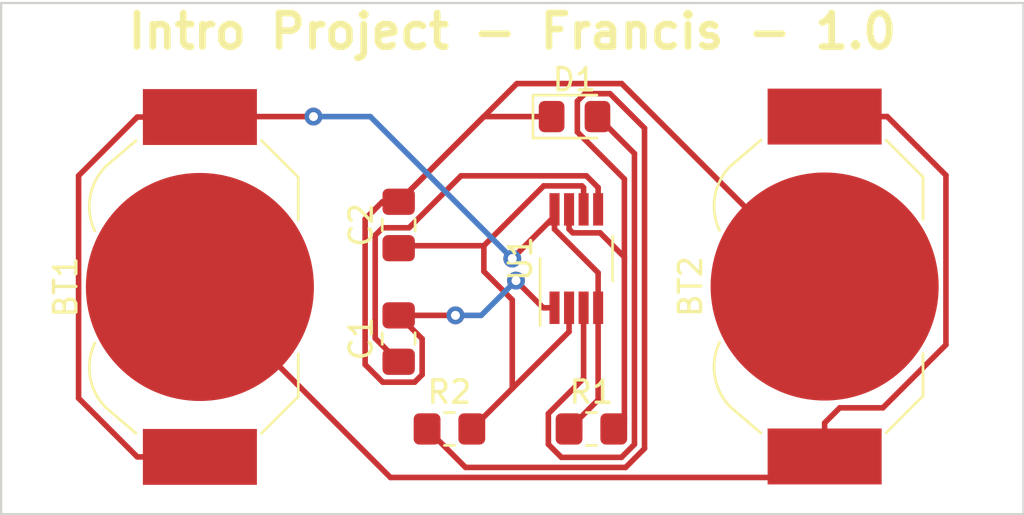
<source format=kicad_pcb>
(kicad_pcb (version 20171130) (host pcbnew "(5.1.10)-1")

  (general
    (thickness 1.6)
    (drawings 5)
    (tracks 92)
    (zones 0)
    (modules 8)
    (nets 8)
  )

  (page A4)
  (layers
    (0 F.Cu signal)
    (31 B.Cu signal)
    (32 B.Adhes user)
    (33 F.Adhes user)
    (34 B.Paste user)
    (35 F.Paste user)
    (36 B.SilkS user)
    (37 F.SilkS user)
    (38 B.Mask user)
    (39 F.Mask user)
    (40 Dwgs.User user)
    (41 Cmts.User user)
    (42 Eco1.User user)
    (43 Eco2.User user)
    (44 Edge.Cuts user)
    (45 Margin user)
    (46 B.CrtYd user)
    (47 F.CrtYd user)
    (48 B.Fab user)
    (49 F.Fab user)
  )

  (setup
    (last_trace_width 0.25)
    (trace_clearance 0.2)
    (zone_clearance 0.508)
    (zone_45_only no)
    (trace_min 0.2)
    (via_size 0.8)
    (via_drill 0.4)
    (via_min_size 0.4)
    (via_min_drill 0.3)
    (uvia_size 0.3)
    (uvia_drill 0.1)
    (uvias_allowed no)
    (uvia_min_size 0.2)
    (uvia_min_drill 0.1)
    (edge_width 0.05)
    (segment_width 0.2)
    (pcb_text_width 0.3)
    (pcb_text_size 1.5 1.5)
    (mod_edge_width 0.12)
    (mod_text_size 1 1)
    (mod_text_width 0.15)
    (pad_size 1.524 1.524)
    (pad_drill 0.762)
    (pad_to_mask_clearance 0)
    (aux_axis_origin 0 0)
    (visible_elements 7FFFFFFF)
    (pcbplotparams
      (layerselection 0x010fc_ffffffff)
      (usegerberextensions false)
      (usegerberattributes true)
      (usegerberadvancedattributes true)
      (creategerberjobfile true)
      (excludeedgelayer true)
      (linewidth 0.100000)
      (plotframeref false)
      (viasonmask false)
      (mode 1)
      (useauxorigin false)
      (hpglpennumber 1)
      (hpglpenspeed 20)
      (hpglpendiameter 15.000000)
      (psnegative false)
      (psa4output false)
      (plotreference true)
      (plotvalue true)
      (plotinvisibletext false)
      (padsonsilk false)
      (subtractmaskfromsilk false)
      (outputformat 1)
      (mirror false)
      (drillshape 0)
      (scaleselection 1)
      (outputdirectory ""))
  )

  (net 0 "")
  (net 1 GND)
  (net 2 "Net-(C2-Pad1)")
  (net 3 "Net-(D1-Pad2)")
  (net 4 VCC)
  (net 5 "Net-(C1-Pad1)")
  (net 6 "Net-(R1-Pad2)")
  (net 7 "Net-(BT1-Pad2)")

  (net_class Default "This is the default net class."
    (clearance 0.2)
    (trace_width 0.25)
    (via_dia 0.8)
    (via_drill 0.4)
    (uvia_dia 0.3)
    (uvia_drill 0.1)
    (add_net GND)
    (add_net "Net-(BT1-Pad2)")
    (add_net "Net-(C1-Pad1)")
    (add_net "Net-(C2-Pad1)")
    (add_net "Net-(D1-Pad2)")
    (add_net "Net-(R1-Pad2)")
    (add_net VCC)
  )

  (module Package_SO:VSSOP-8_3.0x3.0mm_P0.65mm (layer F.Cu) (tedit 5A02F25C) (tstamp 6156A220)
    (at 131.135 90.17 90)
    (descr "VSSOP-8 3.0 x 3.0, http://www.ti.com/lit/ds/symlink/lm75b.pdf")
    (tags "VSSOP-8 3.0 x 3.0")
    (path /6156EAA8)
    (attr smd)
    (fp_text reference U1 (at 0 -2.5 90) (layer F.SilkS)
      (effects (font (size 1 1) (thickness 0.15)))
    )
    (fp_text value LM555xMM (at 0.02 2.73 90) (layer F.Fab)
      (effects (font (size 1 1) (thickness 0.15)))
    )
    (fp_line (start -3.48 -1.75) (end 3.48 -1.75) (layer F.CrtYd) (width 0.05))
    (fp_line (start -3.48 1.75) (end -3.48 -1.75) (layer F.CrtYd) (width 0.05))
    (fp_line (start 3.48 1.75) (end -3.48 1.75) (layer F.CrtYd) (width 0.05))
    (fp_line (start 3.48 -1.75) (end 3.48 1.75) (layer F.CrtYd) (width 0.05))
    (fp_line (start 1 1.62) (end -1 1.62) (layer F.SilkS) (width 0.12))
    (fp_line (start 0 -1.62) (end -3 -1.62) (layer F.SilkS) (width 0.12))
    (fp_line (start -0.5 -1.5) (end -1.5 -0.5) (layer F.Fab) (width 0.1))
    (fp_line (start -0.5 -1.5) (end 1.5 -1.5) (layer F.Fab) (width 0.1))
    (fp_line (start -1.5 1.5) (end -1.5 -0.5) (layer F.Fab) (width 0.1))
    (fp_line (start 1.5 1.5) (end -1.5 1.5) (layer F.Fab) (width 0.1))
    (fp_line (start 1.5 -1.5) (end 1.5 1.5) (layer F.Fab) (width 0.1))
    (fp_text user %R (at 0 0 90) (layer F.Fab)
      (effects (font (size 0.5 0.5) (thickness 0.1)))
    )
    (pad 1 smd rect (at -2.2 -0.975) (size 0.45 1.45) (layers F.Cu F.Paste F.Mask)
      (net 1 GND))
    (pad 2 smd rect (at -2.2 -0.325) (size 0.45 1.45) (layers F.Cu F.Paste F.Mask)
      (net 2 "Net-(C2-Pad1)"))
    (pad 3 smd rect (at -2.2 0.325) (size 0.45 1.45) (layers F.Cu F.Paste F.Mask)
      (net 3 "Net-(D1-Pad2)"))
    (pad 4 smd rect (at -2.2 0.975) (size 0.45 1.45) (layers F.Cu F.Paste F.Mask)
      (net 4 VCC))
    (pad 5 smd rect (at 2.2 0.975) (size 0.45 1.45) (layers F.Cu F.Paste F.Mask)
      (net 5 "Net-(C1-Pad1)"))
    (pad 6 smd rect (at 2.2 0.325) (size 0.45 1.45) (layers F.Cu F.Paste F.Mask)
      (net 2 "Net-(C2-Pad1)"))
    (pad 7 smd rect (at 2.2 -0.325) (size 0.45 1.45) (layers F.Cu F.Paste F.Mask)
      (net 6 "Net-(R1-Pad2)"))
    (pad 8 smd rect (at 2.2 -0.975) (size 0.45 1.45) (layers F.Cu F.Paste F.Mask)
      (net 4 VCC))
    (model ${KISYS3DMOD}/Package_SO.3dshapes/VSSOP-8_3.0x3.0mm_P0.65mm.wrl
      (at (xyz 0 0 0))
      (scale (xyz 1 1 1))
      (rotate (xyz 0 0 0))
    )
  )

  (module Battery:BatteryHolder_LINX_BAT-HLD-012-SMT (layer F.Cu) (tedit 5D9C8191) (tstamp 615AA65D)
    (at 114.3 91.44 270)
    (descr "SMT battery holder for CR1216/1220/1225, https://linxtechnologies.com/wp/wp-content/uploads/bat-hld-012-smt.pdf")
    (tags "battery holder coin cell cr1216 cr1220 cr1225")
    (path /61572C3C)
    (attr smd)
    (fp_text reference BT1 (at 0 6 90) (layer F.SilkS)
      (effects (font (size 1 1) (thickness 0.15)))
    )
    (fp_text value 3V (at 0 -7 90) (layer F.Fab)
      (effects (font (size 1 1) (thickness 0.15)))
    )
    (fp_line (start -7.65 -2.55) (end -7.65 -0.55) (layer F.Fab) (width 0.1))
    (fp_line (start -7.65 -2.55) (end -6.75 -2.55) (layer F.Fab) (width 0.1))
    (fp_line (start -7.65 -0.55) (end -6.75 -0.55) (layer F.Fab) (width 0.1))
    (fp_line (start -6.75 0.55) (end -7.65 0.55) (layer F.Fab) (width 0.1))
    (fp_line (start -7.65 0.55) (end -7.65 2.55) (layer F.Fab) (width 0.1))
    (fp_line (start -7.65 2.55) (end -6.75 2.55) (layer F.Fab) (width 0.1))
    (fp_line (start 6.75 2.55) (end 7.65 2.55) (layer F.Fab) (width 0.1))
    (fp_line (start 7.65 2.55) (end 7.65 0.55) (layer F.Fab) (width 0.1))
    (fp_line (start 7.65 0.55) (end 6.75 0.55) (layer F.Fab) (width 0.1))
    (fp_line (start 6.75 -0.55) (end 7.65 -0.55) (layer F.Fab) (width 0.1))
    (fp_line (start 7.65 -0.55) (end 7.65 -2.55) (layer F.Fab) (width 0.1))
    (fp_line (start 7.65 -2.55) (end 6.75 -2.55) (layer F.Fab) (width 0.1))
    (fp_line (start -6.75 2.85) (end -6.75 -2.75) (layer F.Fab) (width 0.1))
    (fp_line (start 6.75 2.85) (end 6.75 -2.75) (layer F.Fab) (width 0.1))
    (fp_line (start 4.9 -4.4) (end -4.9 -4.4) (layer F.Fab) (width 0.1))
    (fp_line (start -6.7 -2.9) (end -5.05 -4.55) (layer F.Fab) (width 0.1))
    (fp_line (start 6.7 -2.9) (end 5.05 -4.55) (layer F.Fab) (width 0.1))
    (fp_line (start 6.55 2.85) (end 6.55 -2.75) (layer F.Fab) (width 0.1))
    (fp_line (start 6.55 -2.75) (end 4.9 -4.4) (layer F.Fab) (width 0.1))
    (fp_line (start -6.55 2.85) (end -6.55 -2.75) (layer F.Fab) (width 0.1))
    (fp_line (start -6.55 -2.75) (end -4.9 -4.4) (layer F.Fab) (width 0.1))
    (fp_line (start -6.55 2.85) (end -5.4 4.2) (layer F.Fab) (width 0.1))
    (fp_line (start 6.55 2.85) (end 5.4 4.2) (layer F.Fab) (width 0.1))
    (fp_circle (center 0 0) (end -6.25 0) (layer F.Fab) (width 0.1))
    (fp_line (start -9.35 3.05) (end -9.35 -3.05) (layer F.CrtYd) (width 0.05))
    (fp_line (start -9.35 -3.05) (end -7.25 -3.05) (layer F.CrtYd) (width 0.05))
    (fp_line (start -9.35 3.05) (end -7.25 3.05) (layer F.CrtYd) (width 0.05))
    (fp_line (start -7.25 -3.05) (end -3.55 -6.75) (layer F.CrtYd) (width 0.05))
    (fp_line (start -3.55 -6.75) (end 3.55 -6.75) (layer F.CrtYd) (width 0.05))
    (fp_line (start 3.55 -6.75) (end 7.25 -3.05) (layer F.CrtYd) (width 0.05))
    (fp_line (start 7.25 -3.05) (end 9.35 -3.05) (layer F.CrtYd) (width 0.05))
    (fp_line (start 9.35 -3.05) (end 9.35 3.05) (layer F.CrtYd) (width 0.05))
    (fp_line (start 9.35 3.05) (end 7.25 3.05) (layer F.CrtYd) (width 0.05))
    (fp_line (start -3.55 6.75) (end 3.55 6.75) (layer F.CrtYd) (width 0.05))
    (fp_line (start 3.55 6.75) (end 7.25 3.05) (layer F.CrtYd) (width 0.05))
    (fp_line (start -3.55 6.75) (end -7.25 3.05) (layer F.CrtYd) (width 0.05))
    (fp_line (start -6.75 2.85) (end -6.55 2.85) (layer F.Fab) (width 0.1))
    (fp_line (start 6.75 2.85) (end 6.55 2.85) (layer F.Fab) (width 0.1))
    (fp_line (start -6.75 -2.75) (end -6.55 -2.75) (layer F.Fab) (width 0.1))
    (fp_line (start -6.55 -2.75) (end -6.7 -2.9) (layer F.Fab) (width 0.1))
    (fp_line (start -5.05 -4.55) (end -4.9 -4.4) (layer F.Fab) (width 0.1))
    (fp_line (start 5.05 -4.55) (end 4.9 -4.4) (layer F.Fab) (width 0.1))
    (fp_line (start 6.55 -2.75) (end 6.7 -2.9) (layer F.Fab) (width 0.1))
    (fp_line (start 6.55 -2.75) (end 6.75 -2.75) (layer F.Fab) (width 0.1))
    (fp_line (start -6.55 -2.75) (end -4.9 -4.4) (layer F.SilkS) (width 0.12))
    (fp_line (start 4.9 -4.4) (end 6.55 -2.75) (layer F.SilkS) (width 0.12))
    (fp_line (start 4.9 -4.4) (end 3 -4.4) (layer F.SilkS) (width 0.12))
    (fp_line (start -4.9 -4.4) (end -3 -4.4) (layer F.SilkS) (width 0.12))
    (fp_line (start -6.55 2.85) (end -5.4 4.2) (layer F.SilkS) (width 0.12))
    (fp_line (start 6.55 2.85) (end 5.4 4.2) (layer F.SilkS) (width 0.12))
    (fp_arc (start 0 6) (end -1.8 4.2) (angle 90) (layer F.Fab) (width 0.1))
    (fp_arc (start 3.6 2.4) (end 5.4 4.2) (angle 70.55996517) (layer F.SilkS) (width 0.12))
    (fp_text user %R (at 0 0 90) (layer F.Fab)
      (effects (font (size 1 1) (thickness 0.15)))
    )
    (fp_arc (start 3.6 2.4) (end 5.4 4.2) (angle 90) (layer F.Fab) (width 0.1))
    (fp_arc (start -3.6 2.4) (end -1.8 4.2) (angle 90) (layer F.Fab) (width 0.1))
    (fp_arc (start -3.6 2.4) (end -5.4 4.2) (angle -70.5) (layer F.SilkS) (width 0.12))
    (pad 1 smd rect (at -7.6 0 270) (size 2.5 5.1) (layers F.Cu F.Paste F.Mask)
      (net 4 VCC))
    (pad 1 smd rect (at 7.6 0 270) (size 2.5 5.1) (layers F.Cu F.Paste F.Mask)
      (net 4 VCC))
    (pad 2 smd circle (at 0 0 270) (size 10.2 10.2) (layers F.Cu F.Mask)
      (net 7 "Net-(BT1-Pad2)"))
    (model ${KISYS3DMOD}/Battery.3dshapes/BatteryHolder_LINX_BAT-HLD-012-SMT.wrl
      (at (xyz 0 0 0))
      (scale (xyz 1 1 1))
      (rotate (xyz 0 0 0))
    )
  )

  (module Battery:BatteryHolder_LINX_BAT-HLD-012-SMT (layer F.Cu) (tedit 5D9C8191) (tstamp 615AA69C)
    (at 142.24 91.42 270)
    (descr "SMT battery holder for CR1216/1220/1225, https://linxtechnologies.com/wp/wp-content/uploads/bat-hld-012-smt.pdf")
    (tags "battery holder coin cell cr1216 cr1220 cr1225")
    (path /615738B2)
    (attr smd)
    (fp_text reference BT2 (at 0 6 90) (layer F.SilkS)
      (effects (font (size 1 1) (thickness 0.15)))
    )
    (fp_text value 3V (at 0 -7 90) (layer F.Fab)
      (effects (font (size 1 1) (thickness 0.15)))
    )
    (fp_arc (start -3.6 2.4) (end -5.4 4.2) (angle -70.5) (layer F.SilkS) (width 0.12))
    (fp_arc (start -3.6 2.4) (end -1.8 4.2) (angle 90) (layer F.Fab) (width 0.1))
    (fp_arc (start 3.6 2.4) (end 5.4 4.2) (angle 90) (layer F.Fab) (width 0.1))
    (fp_text user %R (at 0 0 90) (layer F.Fab)
      (effects (font (size 1 1) (thickness 0.15)))
    )
    (fp_arc (start 3.6 2.4) (end 5.4 4.2) (angle 70.55996517) (layer F.SilkS) (width 0.12))
    (fp_arc (start 0 6) (end -1.8 4.2) (angle 90) (layer F.Fab) (width 0.1))
    (fp_line (start 6.55 2.85) (end 5.4 4.2) (layer F.SilkS) (width 0.12))
    (fp_line (start -6.55 2.85) (end -5.4 4.2) (layer F.SilkS) (width 0.12))
    (fp_line (start -4.9 -4.4) (end -3 -4.4) (layer F.SilkS) (width 0.12))
    (fp_line (start 4.9 -4.4) (end 3 -4.4) (layer F.SilkS) (width 0.12))
    (fp_line (start 4.9 -4.4) (end 6.55 -2.75) (layer F.SilkS) (width 0.12))
    (fp_line (start -6.55 -2.75) (end -4.9 -4.4) (layer F.SilkS) (width 0.12))
    (fp_line (start 6.55 -2.75) (end 6.75 -2.75) (layer F.Fab) (width 0.1))
    (fp_line (start 6.55 -2.75) (end 6.7 -2.9) (layer F.Fab) (width 0.1))
    (fp_line (start 5.05 -4.55) (end 4.9 -4.4) (layer F.Fab) (width 0.1))
    (fp_line (start -5.05 -4.55) (end -4.9 -4.4) (layer F.Fab) (width 0.1))
    (fp_line (start -6.55 -2.75) (end -6.7 -2.9) (layer F.Fab) (width 0.1))
    (fp_line (start -6.75 -2.75) (end -6.55 -2.75) (layer F.Fab) (width 0.1))
    (fp_line (start 6.75 2.85) (end 6.55 2.85) (layer F.Fab) (width 0.1))
    (fp_line (start -6.75 2.85) (end -6.55 2.85) (layer F.Fab) (width 0.1))
    (fp_line (start -3.55 6.75) (end -7.25 3.05) (layer F.CrtYd) (width 0.05))
    (fp_line (start 3.55 6.75) (end 7.25 3.05) (layer F.CrtYd) (width 0.05))
    (fp_line (start -3.55 6.75) (end 3.55 6.75) (layer F.CrtYd) (width 0.05))
    (fp_line (start 9.35 3.05) (end 7.25 3.05) (layer F.CrtYd) (width 0.05))
    (fp_line (start 9.35 -3.05) (end 9.35 3.05) (layer F.CrtYd) (width 0.05))
    (fp_line (start 7.25 -3.05) (end 9.35 -3.05) (layer F.CrtYd) (width 0.05))
    (fp_line (start 3.55 -6.75) (end 7.25 -3.05) (layer F.CrtYd) (width 0.05))
    (fp_line (start -3.55 -6.75) (end 3.55 -6.75) (layer F.CrtYd) (width 0.05))
    (fp_line (start -7.25 -3.05) (end -3.55 -6.75) (layer F.CrtYd) (width 0.05))
    (fp_line (start -9.35 3.05) (end -7.25 3.05) (layer F.CrtYd) (width 0.05))
    (fp_line (start -9.35 -3.05) (end -7.25 -3.05) (layer F.CrtYd) (width 0.05))
    (fp_line (start -9.35 3.05) (end -9.35 -3.05) (layer F.CrtYd) (width 0.05))
    (fp_circle (center 0 0) (end -6.25 0) (layer F.Fab) (width 0.1))
    (fp_line (start 6.55 2.85) (end 5.4 4.2) (layer F.Fab) (width 0.1))
    (fp_line (start -6.55 2.85) (end -5.4 4.2) (layer F.Fab) (width 0.1))
    (fp_line (start -6.55 -2.75) (end -4.9 -4.4) (layer F.Fab) (width 0.1))
    (fp_line (start -6.55 2.85) (end -6.55 -2.75) (layer F.Fab) (width 0.1))
    (fp_line (start 6.55 -2.75) (end 4.9 -4.4) (layer F.Fab) (width 0.1))
    (fp_line (start 6.55 2.85) (end 6.55 -2.75) (layer F.Fab) (width 0.1))
    (fp_line (start 6.7 -2.9) (end 5.05 -4.55) (layer F.Fab) (width 0.1))
    (fp_line (start -6.7 -2.9) (end -5.05 -4.55) (layer F.Fab) (width 0.1))
    (fp_line (start 4.9 -4.4) (end -4.9 -4.4) (layer F.Fab) (width 0.1))
    (fp_line (start 6.75 2.85) (end 6.75 -2.75) (layer F.Fab) (width 0.1))
    (fp_line (start -6.75 2.85) (end -6.75 -2.75) (layer F.Fab) (width 0.1))
    (fp_line (start 7.65 -2.55) (end 6.75 -2.55) (layer F.Fab) (width 0.1))
    (fp_line (start 7.65 -0.55) (end 7.65 -2.55) (layer F.Fab) (width 0.1))
    (fp_line (start 6.75 -0.55) (end 7.65 -0.55) (layer F.Fab) (width 0.1))
    (fp_line (start 7.65 0.55) (end 6.75 0.55) (layer F.Fab) (width 0.1))
    (fp_line (start 7.65 2.55) (end 7.65 0.55) (layer F.Fab) (width 0.1))
    (fp_line (start 6.75 2.55) (end 7.65 2.55) (layer F.Fab) (width 0.1))
    (fp_line (start -7.65 2.55) (end -6.75 2.55) (layer F.Fab) (width 0.1))
    (fp_line (start -7.65 0.55) (end -7.65 2.55) (layer F.Fab) (width 0.1))
    (fp_line (start -6.75 0.55) (end -7.65 0.55) (layer F.Fab) (width 0.1))
    (fp_line (start -7.65 -0.55) (end -6.75 -0.55) (layer F.Fab) (width 0.1))
    (fp_line (start -7.65 -2.55) (end -6.75 -2.55) (layer F.Fab) (width 0.1))
    (fp_line (start -7.65 -2.55) (end -7.65 -0.55) (layer F.Fab) (width 0.1))
    (pad 2 smd circle (at 0 0 270) (size 10.2 10.2) (layers F.Cu F.Mask)
      (net 1 GND))
    (pad 1 smd rect (at 7.6 0 270) (size 2.5 5.1) (layers F.Cu F.Paste F.Mask)
      (net 7 "Net-(BT1-Pad2)"))
    (pad 1 smd rect (at -7.6 0 270) (size 2.5 5.1) (layers F.Cu F.Paste F.Mask)
      (net 7 "Net-(BT1-Pad2)"))
    (model ${KISYS3DMOD}/Battery.3dshapes/BatteryHolder_LINX_BAT-HLD-012-SMT.wrl
      (at (xyz 0 0 0))
      (scale (xyz 1 1 1))
      (rotate (xyz 0 0 0))
    )
  )

  (module Capacitor_SMD:C_0805_2012Metric_Pad1.18x1.45mm_HandSolder (layer F.Cu) (tedit 5F68FEEF) (tstamp 615AA6AD)
    (at 123.19 93.7475 90)
    (descr "Capacitor SMD 0805 (2012 Metric), square (rectangular) end terminal, IPC_7351 nominal with elongated pad for handsoldering. (Body size source: IPC-SM-782 page 76, https://www.pcb-3d.com/wordpress/wp-content/uploads/ipc-sm-782a_amendment_1_and_2.pdf, https://docs.google.com/spreadsheets/d/1BsfQQcO9C6DZCsRaXUlFlo91Tg2WpOkGARC1WS5S8t0/edit?usp=sharing), generated with kicad-footprint-generator")
    (tags "capacitor handsolder")
    (path /6156F62C)
    (attr smd)
    (fp_text reference C1 (at 0 -1.68 90) (layer F.SilkS)
      (effects (font (size 1 1) (thickness 0.15)))
    )
    (fp_text value 0.01u (at 0 1.68 90) (layer F.Fab)
      (effects (font (size 1 1) (thickness 0.15)))
    )
    (fp_text user %R (at -0.635001 0 90) (layer F.Fab)
      (effects (font (size 0.5 0.5) (thickness 0.08)))
    )
    (fp_line (start -1 0.625) (end -1 -0.625) (layer F.Fab) (width 0.1))
    (fp_line (start -1 -0.625) (end 1 -0.625) (layer F.Fab) (width 0.1))
    (fp_line (start 1 -0.625) (end 1 0.625) (layer F.Fab) (width 0.1))
    (fp_line (start 1 0.625) (end -1 0.625) (layer F.Fab) (width 0.1))
    (fp_line (start -0.261252 -0.735) (end 0.261252 -0.735) (layer F.SilkS) (width 0.12))
    (fp_line (start -0.261252 0.735) (end 0.261252 0.735) (layer F.SilkS) (width 0.12))
    (fp_line (start -1.88 0.98) (end -1.88 -0.98) (layer F.CrtYd) (width 0.05))
    (fp_line (start -1.88 -0.98) (end 1.88 -0.98) (layer F.CrtYd) (width 0.05))
    (fp_line (start 1.88 -0.98) (end 1.88 0.98) (layer F.CrtYd) (width 0.05))
    (fp_line (start 1.88 0.98) (end -1.88 0.98) (layer F.CrtYd) (width 0.05))
    (pad 2 smd roundrect (at 1.0375 0 90) (size 1.175 1.45) (layers F.Cu F.Paste F.Mask) (roundrect_rratio 0.2127659574468085)
      (net 1 GND))
    (pad 1 smd roundrect (at -1.0375 0 90) (size 1.175 1.45) (layers F.Cu F.Paste F.Mask) (roundrect_rratio 0.2127659574468085)
      (net 5 "Net-(C1-Pad1)"))
    (model ${KISYS3DMOD}/Capacitor_SMD.3dshapes/C_0805_2012Metric.wrl
      (at (xyz 0 0 0))
      (scale (xyz 1 1 1))
      (rotate (xyz 0 0 0))
    )
  )

  (module Capacitor_SMD:C_0805_2012Metric_Pad1.18x1.45mm_HandSolder (layer F.Cu) (tedit 5F68FEEF) (tstamp 615AB36F)
    (at 123.19 88.6675 90)
    (descr "Capacitor SMD 0805 (2012 Metric), square (rectangular) end terminal, IPC_7351 nominal with elongated pad for handsoldering. (Body size source: IPC-SM-782 page 76, https://www.pcb-3d.com/wordpress/wp-content/uploads/ipc-sm-782a_amendment_1_and_2.pdf, https://docs.google.com/spreadsheets/d/1BsfQQcO9C6DZCsRaXUlFlo91Tg2WpOkGARC1WS5S8t0/edit?usp=sharing), generated with kicad-footprint-generator")
    (tags "capacitor handsolder")
    (path /6156FE84)
    (attr smd)
    (fp_text reference C2 (at 0 -1.68 90) (layer F.SilkS)
      (effects (font (size 1 1) (thickness 0.15)))
    )
    (fp_text value 10u (at 0 1.68 90) (layer F.Fab)
      (effects (font (size 1 1) (thickness 0.15)))
    )
    (fp_text user %R (at 1 -0.625 90) (layer F.Fab)
      (effects (font (size 0.5 0.5) (thickness 0.08)))
    )
    (fp_line (start -1 0.625) (end -1 -0.625) (layer F.Fab) (width 0.1))
    (fp_line (start -1 -0.625) (end 1 -0.625) (layer F.Fab) (width 0.1))
    (fp_line (start 1 -0.625) (end 1 0.625) (layer F.Fab) (width 0.1))
    (fp_line (start 1 0.625) (end -1 0.625) (layer F.Fab) (width 0.1))
    (fp_line (start -0.261252 -0.735) (end 0.261252 -0.735) (layer F.SilkS) (width 0.12))
    (fp_line (start -0.261252 0.735) (end 0.261252 0.735) (layer F.SilkS) (width 0.12))
    (fp_line (start -1.88 0.98) (end -1.88 -0.98) (layer F.CrtYd) (width 0.05))
    (fp_line (start -1.88 -0.98) (end 1.88 -0.98) (layer F.CrtYd) (width 0.05))
    (fp_line (start 1.88 -0.98) (end 1.88 0.98) (layer F.CrtYd) (width 0.05))
    (fp_line (start 1.88 0.98) (end -1.88 0.98) (layer F.CrtYd) (width 0.05))
    (pad 2 smd roundrect (at 1.0375 0 90) (size 1.175 1.45) (layers F.Cu F.Paste F.Mask) (roundrect_rratio 0.2127659574468085)
      (net 1 GND))
    (pad 1 smd roundrect (at -1.0375 0 90) (size 1.175 1.45) (layers F.Cu F.Paste F.Mask) (roundrect_rratio 0.2127659574468085)
      (net 2 "Net-(C2-Pad1)"))
    (model ${KISYS3DMOD}/Capacitor_SMD.3dshapes/C_0805_2012Metric.wrl
      (at (xyz 0 0 0))
      (scale (xyz 1 1 1))
      (rotate (xyz 0 0 0))
    )
  )

  (module LED_SMD:LED_0805_2012Metric_Pad1.15x1.40mm_HandSolder (layer F.Cu) (tedit 5F68FEF1) (tstamp 615AA6D1)
    (at 131.055 83.82)
    (descr "LED SMD 0805 (2012 Metric), square (rectangular) end terminal, IPC_7351 nominal, (Body size source: https://docs.google.com/spreadsheets/d/1BsfQQcO9C6DZCsRaXUlFlo91Tg2WpOkGARC1WS5S8t0/edit?usp=sharing), generated with kicad-footprint-generator")
    (tags "LED handsolder")
    (path /615713DC)
    (attr smd)
    (fp_text reference D1 (at 0 -1.65) (layer F.SilkS)
      (effects (font (size 1 1) (thickness 0.15)))
    )
    (fp_text value LED (at 0 1.65) (layer F.Fab)
      (effects (font (size 1 1) (thickness 0.15)))
    )
    (fp_line (start 1.85 0.95) (end -1.85 0.95) (layer F.CrtYd) (width 0.05))
    (fp_line (start 1.85 -0.95) (end 1.85 0.95) (layer F.CrtYd) (width 0.05))
    (fp_line (start -1.85 -0.95) (end 1.85 -0.95) (layer F.CrtYd) (width 0.05))
    (fp_line (start -1.85 0.95) (end -1.85 -0.95) (layer F.CrtYd) (width 0.05))
    (fp_line (start -1.86 0.96) (end 1 0.96) (layer F.SilkS) (width 0.12))
    (fp_line (start -1.86 -0.96) (end -1.86 0.96) (layer F.SilkS) (width 0.12))
    (fp_line (start 1 -0.96) (end -1.86 -0.96) (layer F.SilkS) (width 0.12))
    (fp_line (start 1 0.6) (end 1 -0.6) (layer F.Fab) (width 0.1))
    (fp_line (start -1 0.6) (end 1 0.6) (layer F.Fab) (width 0.1))
    (fp_line (start -1 -0.3) (end -1 0.6) (layer F.Fab) (width 0.1))
    (fp_line (start -0.7 -0.6) (end -1 -0.3) (layer F.Fab) (width 0.1))
    (fp_line (start 1 -0.6) (end -0.7 -0.6) (layer F.Fab) (width 0.1))
    (fp_text user %R (at 0 0) (layer F.Fab)
      (effects (font (size 0.5 0.5) (thickness 0.08)))
    )
    (pad 1 smd roundrect (at -1.025 0) (size 1.15 1.4) (layers F.Cu F.Paste F.Mask) (roundrect_rratio 0.2173904347826087)
      (net 1 GND))
    (pad 2 smd roundrect (at 1.025 0) (size 1.15 1.4) (layers F.Cu F.Paste F.Mask) (roundrect_rratio 0.2173904347826087)
      (net 3 "Net-(D1-Pad2)"))
    (model ${KISYS3DMOD}/LED_SMD.3dshapes/LED_0805_2012Metric.wrl
      (at (xyz 0 0 0))
      (scale (xyz 1 1 1))
      (rotate (xyz 0 0 0))
    )
  )

  (module Resistor_SMD:R_0805_2012Metric_Pad1.20x1.40mm_HandSolder (layer F.Cu) (tedit 5F68FEEE) (tstamp 615AA6E2)
    (at 131.81 97.79)
    (descr "Resistor SMD 0805 (2012 Metric), square (rectangular) end terminal, IPC_7351 nominal with elongated pad for handsoldering. (Body size source: IPC-SM-782 page 72, https://www.pcb-3d.com/wordpress/wp-content/uploads/ipc-sm-782a_amendment_1_and_2.pdf), generated with kicad-footprint-generator")
    (tags "resistor handsolder")
    (path /61570EAD)
    (attr smd)
    (fp_text reference R1 (at 0 -1.65) (layer F.SilkS)
      (effects (font (size 1 1) (thickness 0.15)))
    )
    (fp_text value 5k (at 0 1.65) (layer F.Fab)
      (effects (font (size 1 1) (thickness 0.15)))
    )
    (fp_text user %R (at 0 0) (layer F.Fab)
      (effects (font (size 0.5 0.5) (thickness 0.08)))
    )
    (fp_line (start -1 0.625) (end -1 -0.625) (layer F.Fab) (width 0.1))
    (fp_line (start -1 -0.625) (end 1 -0.625) (layer F.Fab) (width 0.1))
    (fp_line (start 1 -0.625) (end 1 0.625) (layer F.Fab) (width 0.1))
    (fp_line (start 1 0.625) (end -1 0.625) (layer F.Fab) (width 0.1))
    (fp_line (start -0.227064 -0.735) (end 0.227064 -0.735) (layer F.SilkS) (width 0.12))
    (fp_line (start -0.227064 0.735) (end 0.227064 0.735) (layer F.SilkS) (width 0.12))
    (fp_line (start -1.85 0.95) (end -1.85 -0.95) (layer F.CrtYd) (width 0.05))
    (fp_line (start -1.85 -0.95) (end 1.85 -0.95) (layer F.CrtYd) (width 0.05))
    (fp_line (start 1.85 -0.95) (end 1.85 0.95) (layer F.CrtYd) (width 0.05))
    (fp_line (start 1.85 0.95) (end -1.85 0.95) (layer F.CrtYd) (width 0.05))
    (pad 2 smd roundrect (at 1 0) (size 1.2 1.4) (layers F.Cu F.Paste F.Mask) (roundrect_rratio 0.2083325)
      (net 6 "Net-(R1-Pad2)"))
    (pad 1 smd roundrect (at -1 0) (size 1.2 1.4) (layers F.Cu F.Paste F.Mask) (roundrect_rratio 0.2083325)
      (net 4 VCC))
    (model ${KISYS3DMOD}/Resistor_SMD.3dshapes/R_0805_2012Metric.wrl
      (at (xyz 0 0 0))
      (scale (xyz 1 1 1))
      (rotate (xyz 0 0 0))
    )
  )

  (module Resistor_SMD:R_0805_2012Metric_Pad1.20x1.40mm_HandSolder (layer F.Cu) (tedit 5F68FEEE) (tstamp 615AA6F3)
    (at 125.46 97.79)
    (descr "Resistor SMD 0805 (2012 Metric), square (rectangular) end terminal, IPC_7351 nominal with elongated pad for handsoldering. (Body size source: IPC-SM-782 page 72, https://www.pcb-3d.com/wordpress/wp-content/uploads/ipc-sm-782a_amendment_1_and_2.pdf), generated with kicad-footprint-generator")
    (tags "resistor handsolder")
    (path /61570739)
    (attr smd)
    (fp_text reference R2 (at 0 -1.65) (layer F.SilkS)
      (effects (font (size 1 1) (thickness 0.15)))
    )
    (fp_text value 10k (at 0 1.65) (layer F.Fab)
      (effects (font (size 1 1) (thickness 0.15)))
    )
    (fp_line (start 1.85 0.95) (end -1.85 0.95) (layer F.CrtYd) (width 0.05))
    (fp_line (start 1.85 -0.95) (end 1.85 0.95) (layer F.CrtYd) (width 0.05))
    (fp_line (start -1.85 -0.95) (end 1.85 -0.95) (layer F.CrtYd) (width 0.05))
    (fp_line (start -1.85 0.95) (end -1.85 -0.95) (layer F.CrtYd) (width 0.05))
    (fp_line (start -0.227064 0.735) (end 0.227064 0.735) (layer F.SilkS) (width 0.12))
    (fp_line (start -0.227064 -0.735) (end 0.227064 -0.735) (layer F.SilkS) (width 0.12))
    (fp_line (start 1 0.625) (end -1 0.625) (layer F.Fab) (width 0.1))
    (fp_line (start 1 -0.625) (end 1 0.625) (layer F.Fab) (width 0.1))
    (fp_line (start -1 -0.625) (end 1 -0.625) (layer F.Fab) (width 0.1))
    (fp_line (start -1 0.625) (end -1 -0.625) (layer F.Fab) (width 0.1))
    (fp_text user %R (at 0 0) (layer F.Fab)
      (effects (font (size 0.5 0.5) (thickness 0.08)))
    )
    (pad 1 smd roundrect (at -1 0) (size 1.2 1.4) (layers F.Cu F.Paste F.Mask) (roundrect_rratio 0.2083325)
      (net 6 "Net-(R1-Pad2)"))
    (pad 2 smd roundrect (at 1 0) (size 1.2 1.4) (layers F.Cu F.Paste F.Mask) (roundrect_rratio 0.2083325)
      (net 2 "Net-(C2-Pad1)"))
    (model ${KISYS3DMOD}/Resistor_SMD.3dshapes/R_0805_2012Metric.wrl
      (at (xyz 0 0 0))
      (scale (xyz 1 1 1))
      (rotate (xyz 0 0 0))
    )
  )

  (gr_text "Intro Project - Francis - 1.0" (at 128.27 80.01) (layer F.SilkS)
    (effects (font (size 1.5 1.5) (thickness 0.3)))
  )
  (gr_line (start 151.13 78.74) (end 151.13 101.6) (layer Edge.Cuts) (width 0.1))
  (gr_line (start 105.41 78.74) (end 151.13 78.74) (layer Edge.Cuts) (width 0.1))
  (gr_line (start 105.41 101.6) (end 105.41 78.74) (layer Edge.Cuts) (width 0.1))
  (gr_line (start 151.13 101.6) (end 105.41 101.6) (layer Edge.Cuts) (width 0.1))

  (segment (start 127 83.82) (end 130.03 83.82) (width 0.25) (layer F.Cu) (net 1))
  (segment (start 123.19 87.63) (end 127 83.82) (width 0.25) (layer F.Cu) (net 1))
  (segment (start 124.24001 95.36068) (end 124.24001 93.76001) (width 0.25) (layer F.Cu) (net 1))
  (segment (start 123.90318 95.69751) (end 124.24001 95.36068) (width 0.25) (layer F.Cu) (net 1))
  (segment (start 122.47682 95.69751) (end 123.90318 95.69751) (width 0.25) (layer F.Cu) (net 1))
  (segment (start 121.68998 94.91067) (end 122.47682 95.69751) (width 0.25) (layer F.Cu) (net 1))
  (segment (start 121.68998 88.40502) (end 121.68998 94.91067) (width 0.25) (layer F.Cu) (net 1))
  (segment (start 122.465 87.63) (end 121.68998 88.40502) (width 0.25) (layer F.Cu) (net 1))
  (segment (start 124.24001 93.76001) (end 123.19 92.71) (width 0.25) (layer F.Cu) (net 1))
  (segment (start 123.19 87.63) (end 122.465 87.63) (width 0.25) (layer F.Cu) (net 1))
  (segment (start 128.47502 82.34498) (end 123.19 87.63) (width 0.25) (layer F.Cu) (net 1))
  (segment (start 133.16498 82.34498) (end 128.47502 82.34498) (width 0.25) (layer F.Cu) (net 1))
  (segment (start 142.24 91.42) (end 133.16498 82.34498) (width 0.25) (layer F.Cu) (net 1))
  (via (at 128.436367 91.156064) (size 0.8) (drill 0.4) (layers F.Cu B.Cu) (net 1))
  (segment (start 129.650303 92.37) (end 128.436367 91.156064) (width 0.25) (layer F.Cu) (net 1))
  (segment (start 130.16 92.37) (end 129.650303 92.37) (width 0.25) (layer F.Cu) (net 1))
  (via (at 125.73 92.71) (size 0.8) (drill 0.4) (layers F.Cu B.Cu) (net 1))
  (segment (start 126.882431 92.71) (end 125.73 92.71) (width 0.25) (layer B.Cu) (net 1))
  (segment (start 128.436367 91.156064) (end 126.882431 92.71) (width 0.25) (layer B.Cu) (net 1))
  (segment (start 125.73 92.71) (end 123.19 92.71) (width 0.25) (layer F.Cu) (net 1))
  (segment (start 129.674999 86.919999) (end 127 89.594998) (width 0.25) (layer F.Cu) (net 2))
  (segment (start 131.384999 86.919999) (end 129.674999 86.919999) (width 0.25) (layer F.Cu) (net 2))
  (segment (start 131.46 86.995) (end 131.384999 86.919999) (width 0.25) (layer F.Cu) (net 2))
  (segment (start 131.46 87.97) (end 131.46 86.995) (width 0.25) (layer F.Cu) (net 2))
  (segment (start 123.300002 89.594998) (end 123.19 89.705) (width 0.25) (layer F.Cu) (net 2))
  (segment (start 127 89.594998) (end 123.300002 89.594998) (width 0.25) (layer F.Cu) (net 2))
  (segment (start 127 90.745002) (end 128.27 92.015002) (width 0.25) (layer F.Cu) (net 2))
  (segment (start 127 89.594998) (end 127 90.745002) (width 0.25) (layer F.Cu) (net 2))
  (segment (start 128.27 95.98) (end 126.46 97.79) (width 0.25) (layer F.Cu) (net 2))
  (segment (start 128.27 92.015002) (end 128.27 95.98) (width 0.25) (layer F.Cu) (net 2))
  (segment (start 130.81 93.44) (end 130.81 92.37) (width 0.25) (layer F.Cu) (net 2))
  (segment (start 128.27 95.98) (end 130.81 93.44) (width 0.25) (layer F.Cu) (net 2))
  (segment (start 129.88499 98.47818) (end 130.46681 99.06) (width 0.25) (layer F.Cu) (net 3))
  (segment (start 129.88499 97.10182) (end 129.88499 98.47818) (width 0.25) (layer F.Cu) (net 3))
  (segment (start 131.46 95.52681) (end 129.88499 97.10182) (width 0.25) (layer F.Cu) (net 3))
  (segment (start 131.46 92.37) (end 131.46 95.52681) (width 0.25) (layer F.Cu) (net 3))
  (segment (start 133.73501 85.47501) (end 132.08 83.82) (width 0.25) (layer F.Cu) (net 3))
  (segment (start 133.73501 98.47818) (end 133.73501 85.47501) (width 0.25) (layer F.Cu) (net 3))
  (segment (start 133.15319 99.06) (end 133.73501 98.47818) (width 0.25) (layer F.Cu) (net 3))
  (segment (start 130.46681 99.06) (end 133.15319 99.06) (width 0.25) (layer F.Cu) (net 3))
  (segment (start 132.11 96.49) (end 132.11 92.37) (width 0.25) (layer F.Cu) (net 4))
  (segment (start 130.81 97.79) (end 132.11 96.49) (width 0.25) (layer F.Cu) (net 4))
  (segment (start 130.16 88.855002) (end 130.16 87.97) (width 0.25) (layer F.Cu) (net 4))
  (segment (start 132.11 90.805002) (end 130.16 88.855002) (width 0.25) (layer F.Cu) (net 4))
  (segment (start 132.11 92.37) (end 132.11 90.805002) (width 0.25) (layer F.Cu) (net 4))
  (via (at 128.27 90.17) (size 0.8) (drill 0.4) (layers F.Cu B.Cu) (net 4))
  (segment (start 130.16 88.28) (end 128.27 90.17) (width 0.25) (layer F.Cu) (net 4))
  (segment (start 130.16 87.97) (end 130.16 88.28) (width 0.25) (layer F.Cu) (net 4))
  (via (at 119.38 83.82) (size 0.8) (drill 0.4) (layers F.Cu B.Cu) (net 4))
  (segment (start 121.92 83.82) (end 119.38 83.82) (width 0.25) (layer B.Cu) (net 4))
  (segment (start 128.27 90.17) (end 121.92 83.82) (width 0.25) (layer B.Cu) (net 4))
  (segment (start 114.32 83.82) (end 114.3 83.84) (width 0.25) (layer F.Cu) (net 4))
  (segment (start 119.38 83.82) (end 114.32 83.82) (width 0.25) (layer F.Cu) (net 4))
  (segment (start 111.5 99.04) (end 114.3 99.04) (width 0.25) (layer F.Cu) (net 4))
  (segment (start 108.874999 96.414999) (end 111.5 99.04) (width 0.25) (layer F.Cu) (net 4))
  (segment (start 108.874999 86.465001) (end 108.874999 96.414999) (width 0.25) (layer F.Cu) (net 4))
  (segment (start 111.5 83.84) (end 108.874999 86.465001) (width 0.25) (layer F.Cu) (net 4))
  (segment (start 114.3 83.84) (end 111.5 83.84) (width 0.25) (layer F.Cu) (net 4))
  (segment (start 122.13999 93.73499) (end 123.19 94.785) (width 0.25) (layer F.Cu) (net 5))
  (segment (start 122.47682 88.79249) (end 122.13999 89.12932) (width 0.25) (layer F.Cu) (net 5))
  (segment (start 123.6532 88.79249) (end 122.47682 88.79249) (width 0.25) (layer F.Cu) (net 5))
  (segment (start 125.9757 86.46999) (end 123.6532 88.79249) (width 0.25) (layer F.Cu) (net 5))
  (segment (start 131.58499 86.46999) (end 125.9757 86.46999) (width 0.25) (layer F.Cu) (net 5))
  (segment (start 122.13999 89.12932) (end 122.13999 93.73499) (width 0.25) (layer F.Cu) (net 5))
  (segment (start 132.11 86.995) (end 131.58499 86.46999) (width 0.25) (layer F.Cu) (net 5))
  (segment (start 132.11 87.97) (end 132.11 86.995) (width 0.25) (layer F.Cu) (net 5))
  (segment (start 133.285 97.315) (end 132.81 97.79) (width 0.25) (layer F.Cu) (net 6))
  (segment (start 131.17999 83.13182) (end 131.17999 84.50818) (width 0.25) (layer F.Cu) (net 6))
  (segment (start 131.51682 82.79499) (end 131.17999 83.13182) (width 0.25) (layer F.Cu) (net 6))
  (segment (start 131.17999 84.50818) (end 133.285 86.61319) (width 0.25) (layer F.Cu) (net 6))
  (segment (start 134.18502 84.33683) (end 132.64318 82.79499) (width 0.25) (layer F.Cu) (net 6))
  (segment (start 134.18502 98.66458) (end 134.18502 84.33683) (width 0.25) (layer F.Cu) (net 6))
  (segment (start 133.339591 99.510009) (end 134.18502 98.66458) (width 0.25) (layer F.Cu) (net 6))
  (segment (start 132.64318 82.79499) (end 131.51682 82.79499) (width 0.25) (layer F.Cu) (net 6))
  (segment (start 126.180009 99.510009) (end 133.339591 99.510009) (width 0.25) (layer F.Cu) (net 6))
  (segment (start 133.285 86.61319) (end 133.285 97.315) (width 0.25) (layer F.Cu) (net 6))
  (segment (start 124.46 97.79) (end 126.180009 99.510009) (width 0.25) (layer F.Cu) (net 6))
  (segment (start 130.974999 89.020001) (end 132.200001 89.020001) (width 0.25) (layer F.Cu) (net 6))
  (segment (start 132.200001 89.020001) (end 133.285 90.105) (width 0.25) (layer F.Cu) (net 6))
  (segment (start 130.81 88.855002) (end 130.974999 89.020001) (width 0.25) (layer F.Cu) (net 6))
  (segment (start 130.81 87.97) (end 130.81 88.855002) (width 0.25) (layer F.Cu) (net 6))
  (segment (start 133.285 90.105) (end 133.285 90.235) (width 0.25) (layer F.Cu) (net 6))
  (segment (start 145.04 83.82) (end 142.24 83.82) (width 0.25) (layer F.Cu) (net 7))
  (segment (start 147.665001 86.445001) (end 145.04 83.82) (width 0.25) (layer F.Cu) (net 7))
  (segment (start 147.665001 94.024001) (end 147.665001 86.445001) (width 0.25) (layer F.Cu) (net 7))
  (segment (start 142.914999 96.845001) (end 144.844001 96.845001) (width 0.25) (layer F.Cu) (net 7))
  (segment (start 142.24 97.52) (end 142.914999 96.845001) (width 0.25) (layer F.Cu) (net 7))
  (segment (start 144.844001 96.845001) (end 147.665001 94.024001) (width 0.25) (layer F.Cu) (net 7))
  (segment (start 142.24 99.02) (end 142.24 97.52) (width 0.25) (layer F.Cu) (net 7))
  (segment (start 122.820019 99.960019) (end 114.3 91.44) (width 0.25) (layer F.Cu) (net 7))
  (segment (start 141.299981 99.960019) (end 122.820019 99.960019) (width 0.25) (layer F.Cu) (net 7))
  (segment (start 142.24 99.02) (end 141.299981 99.960019) (width 0.25) (layer F.Cu) (net 7))

)

</source>
